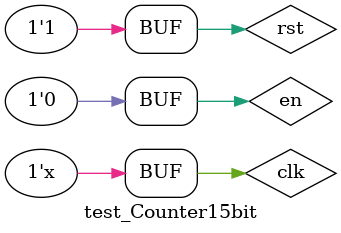
<source format=v>
`timescale 1ns / 1ps

module test_Counter15bit();

    reg clk=0,rst,en;
    wire [15:0]out;
    
    always #20 clk =~clk;
    
    Counter_15bit C1(clk,rst,en,out);
    
    initial begin
        rst = 1; en = 0;
        #100 rst = 0; en = 1;
        #100 rst = 1; en = 0;
    end

endmodule

</source>
